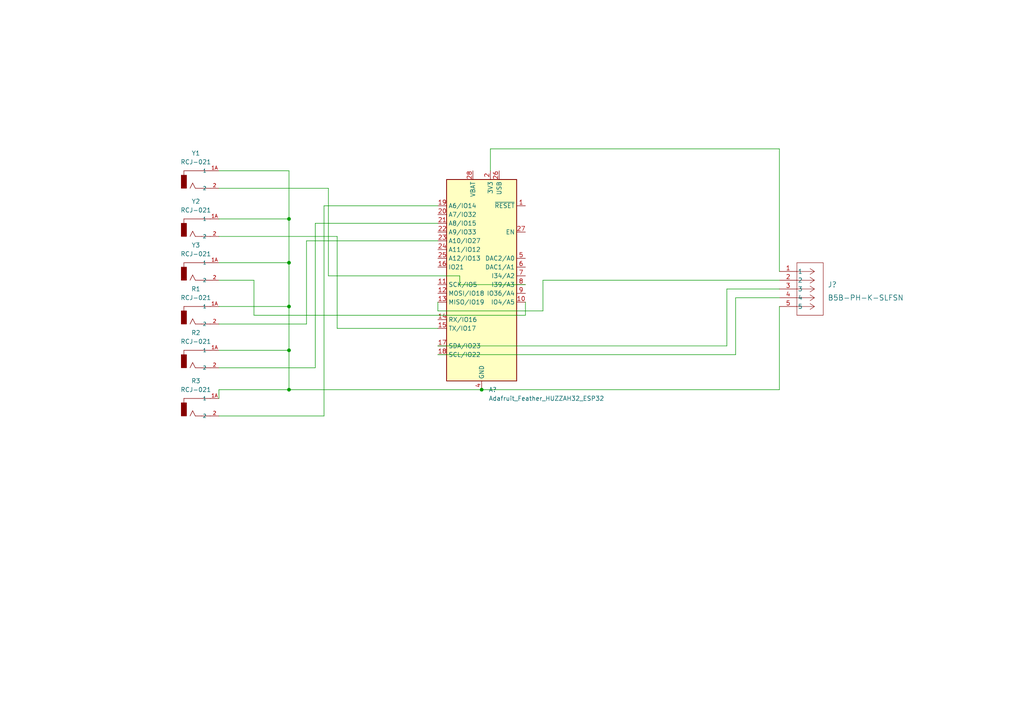
<source format=kicad_sch>
(kicad_sch (version 20211123) (generator eeschema)
  (paper "A4")
  (lib_symbols
    (symbol "JST 5 pin:B5B-PH-K-SLFSN" (pin_names (offset 0.254))
      (property "Reference" "J" (at 8.89 6.35 0))
      (property "Value" "B5B-PH-K-SLFSN" (at 0 0 0))
      (symbol "B5B-PH-K-SLFSN_1_1"
        (polyline (pts (xy 5.08 -12.7) (xy 12.7 -12.7)) (stroke (width 0.127)))
        (polyline (pts (xy 5.08 2.54) (xy 5.08 -12.7)) (stroke (width 0.127)))
        (polyline (pts (xy 10.16 -10.16) (xy 5.08 -10.16)) (stroke (width 0.127)))
        (polyline (pts (xy 10.16 -10.16) (xy 8.89 -11.0067)) (stroke (width 0.127)))
        (polyline (pts (xy 10.16 -10.16) (xy 8.89 -9.3133)) (stroke (width 0.127)))
        (polyline (pts (xy 10.16 -7.62) (xy 5.08 -7.62)) (stroke (width 0.127)))
        (polyline (pts (xy 10.16 -7.62) (xy 8.89 -8.4667)) (stroke (width 0.127)))
        (polyline (pts (xy 10.16 -7.62) (xy 8.89 -6.7733)) (stroke (width 0.127)))
        (polyline (pts (xy 10.16 -5.08) (xy 5.08 -5.08)) (stroke (width 0.127)))
        (polyline (pts (xy 10.16 -5.08) (xy 8.89 -5.9267)) (stroke (width 0.127)))
        (polyline (pts (xy 10.16 -5.08) (xy 8.89 -4.2333)) (stroke (width 0.127)))
        (polyline (pts (xy 10.16 -2.54) (xy 5.08 -2.54)) (stroke (width 0.127)))
        (polyline (pts (xy 10.16 -2.54) (xy 8.89 -3.3867)) (stroke (width 0.127)))
        (polyline (pts (xy 10.16 -2.54) (xy 8.89 -1.6933)) (stroke (width 0.127)))
        (polyline (pts (xy 10.16 0) (xy 5.08 0)) (stroke (width 0.127)))
        (polyline (pts (xy 10.16 0) (xy 8.89 -0.8467)) (stroke (width 0.127)))
        (polyline (pts (xy 10.16 0) (xy 8.89 0.8467)) (stroke (width 0.127)))
        (polyline (pts (xy 12.7 -12.7) (xy 12.7 2.54)) (stroke (width 0.127)))
        (polyline (pts (xy 12.7 2.54) (xy 5.08 2.54)) (stroke (width 0.127)))
        (pin unspecified line (at 0 0 0) (length 5.08) (name "1") (number "1"))
        (pin unspecified line (at 0 -2.54 0) (length 5.08) (name "2") (number "2"))
        (pin unspecified line (at 0 -5.08 0) (length 5.08) (name "3") (number "3"))
        (pin unspecified line (at 0 -7.62 0) (length 5.08) (name "4") (number "4"))
        (pin unspecified line (at 0 -10.16 0) (length 5.08) (name "5") (number "5"))
      )
      (symbol "B5B-PH-K-SLFSN_1_2"
        (polyline (pts (xy 5.08 -12.7) (xy 12.7 -12.7)) (stroke (width 0.127)))
        (polyline (pts (xy 5.08 2.54) (xy 5.08 -12.7)) (stroke (width 0.127)))
        (polyline (pts (xy 7.62 -10.16) (xy 5.08 -10.16)) (stroke (width 0.127)))
        (polyline (pts (xy 7.62 -10.16) (xy 8.89 -11.0067)) (stroke (width 0.127)))
        (polyline (pts (xy 7.62 -10.16) (xy 8.89 -9.3133)) (stroke (width 0.127)))
        (polyline (pts (xy 7.62 -7.62) (xy 5.08 -7.62)) (stroke (width 0.127)))
        (polyline (pts (xy 7.62 -7.62) (xy 8.89 -8.4667)) (stroke (width 0.127)))
        (polyline (pts (xy 7.62 -7.62) (xy 8.89 -6.7733)) (stroke (width 0.127)))
        (polyline (pts (xy 7.62 -5.08) (xy 5.08 -5.08)) (stroke (width 0.127)))
        (polyline (pts (xy 7.62 -5.08) (xy 8.89 -5.9267)) (stroke (width 0.127)))
        (polyline (pts (xy 7.62 -5.08) (xy 8.89 -4.2333)) (stroke (width 0.127)))
        (polyline (pts (xy 7.62 -2.54) (xy 5.08 -2.54)) (stroke (width 0.127)))
        (polyline (pts (xy 7.62 -2.54) (xy 8.89 -3.3867)) (stroke (width 0.127)))
        (polyline (pts (xy 7.62 -2.54) (xy 8.89 -1.6933)) (stroke (width 0.127)))
        (polyline (pts (xy 7.62 0) (xy 5.08 0)) (stroke (width 0.127)))
        (polyline (pts (xy 7.62 0) (xy 8.89 -0.8467)) (stroke (width 0.127)))
        (polyline (pts (xy 7.62 0) (xy 8.89 0.8467)) (stroke (width 0.127)))
        (polyline (pts (xy 12.7 -12.7) (xy 12.7 2.54)) (stroke (width 0.127)))
        (polyline (pts (xy 12.7 2.54) (xy 5.08 2.54)) (stroke (width 0.127)))
        (pin unspecified line (at 0 0 0) (length 5.08) (name "1") (number "1"))
        (pin unspecified line (at 0 -2.54 0) (length 5.08) (name "2") (number "2"))
        (pin unspecified line (at 0 -5.08 0) (length 5.08) (name "3") (number "3"))
        (pin unspecified line (at 0 -7.62 0) (length 5.08) (name "4") (number "4"))
        (pin unspecified line (at 0 -10.16 0) (length 5.08) (name "5") (number "5"))
      )
    )
    (symbol "MCU_Module:Adafruit_Feather_HUZZAH32_ESP32"
      (property "Reference" "A" (at -10.16 29.21 0))
      (property "Value" "Adafruit_Feather_HUZZAH32_ESP32" (at 2.54 -31.75 0))
      (symbol "Adafruit_Feather_HUZZAH32_ESP32_0_1"
        (rectangle (start -10.16 27.94) (end 10.16 -30.48) (stroke (width 0.254)) (fill (type background)))
      )
      (symbol "Adafruit_Feather_HUZZAH32_ESP32_1_1"
        (pin input line (at 12.7 20.32 180) (length 2.54) (name "~{RESET}") (number "1"))
        (pin bidirectional line (at 12.7 -7.62 180) (length 2.54) (name "IO4/A5") (number "10"))
        (pin bidirectional line (at -12.7 -2.54 0) (length 2.54) (name "SCK/IO5") (number "11"))
        (pin bidirectional line (at -12.7 -5.08 0) (length 2.54) (name "MOSI/IO18") (number "12"))
        (pin bidirectional line (at -12.7 -7.62 0) (length 2.54) (name "MISO/IO19") (number "13"))
        (pin bidirectional line (at -12.7 -12.7 0) (length 2.54) (name "RX/IO16") (number "14"))
        (pin bidirectional line (at -12.7 -15.24 0) (length 2.54) (name "TX/IO17") (number "15"))
        (pin bidirectional line (at -12.7 2.54 0) (length 2.54) (name "IO21") (number "16"))
        (pin bidirectional line (at -12.7 -20.32 0) (length 2.54) (name "SDA/IO23") (number "17"))
        (pin bidirectional line (at -12.7 -22.86 0) (length 2.54) (name "SCL/IO22") (number "18"))
        (pin bidirectional line (at -12.7 20.32 0) (length 2.54) (name "A6/IO14") (number "19"))
        (pin power_in line (at 2.54 30.48 270) (length 2.54) (name "3V3") (number "2"))
        (pin bidirectional line (at -12.7 17.78 0) (length 2.54) (name "A7/IO32") (number "20"))
        (pin bidirectional line (at -12.7 15.24 0) (length 2.54) (name "A8/IO15") (number "21"))
        (pin bidirectional line (at -12.7 12.7 0) (length 2.54) (name "A9/IO33") (number "22"))
        (pin bidirectional line (at -12.7 10.16 0) (length 2.54) (name "A10/IO27") (number "23"))
        (pin bidirectional line (at -12.7 7.62 0) (length 2.54) (name "A11/IO12") (number "24"))
        (pin bidirectional line (at -12.7 5.08 0) (length 2.54) (name "A12/IO13") (number "25"))
        (pin power_in line (at 5.08 30.48 270) (length 2.54) (name "USB") (number "26"))
        (pin input line (at 12.7 12.7 180) (length 2.54) (name "EN") (number "27"))
        (pin power_in line (at -2.54 30.48 270) (length 2.54) (name "VBAT") (number "28"))
        (pin no_connect line (at 10.16 10.16 180) (length 2.54) hide (name "NC") (number "3"))
        (pin power_in line (at 0 -33.02 90) (length 2.54) (name "GND") (number "4"))
        (pin bidirectional line (at 12.7 5.08 180) (length 2.54) (name "DAC2/A0") (number "5"))
        (pin bidirectional line (at 12.7 2.54 180) (length 2.54) (name "DAC1/A1") (number "6"))
        (pin bidirectional line (at 12.7 0 180) (length 2.54) (name "I34/A2") (number "7"))
        (pin bidirectional line (at 12.7 -2.54 180) (length 2.54) (name "I39/A3") (number "8"))
        (pin bidirectional line (at 12.7 -5.08 180) (length 2.54) (name "IO36/A4") (number "9"))
      )
    )
    (symbol "RCJ:RCJ-021" (pin_names (offset 1.016))
      (property "Reference" "J" (at -2.54 3.81 0))
      (property "Value" "RCJ-021" (at -2.54 -6.35 0))
      (symbol "RCJ-021_0_0"
        (rectangle (start -3.302 -2.54) (end -1.778 1.27) (fill (type outline)))
        (polyline (pts (xy -2.54 2.54) (xy -2.54 1.27)) (stroke (width 0.1524)))
        (polyline (pts (xy 0 -1.016) (xy -0.762 -2.54)) (stroke (width 0.1524)))
        (polyline (pts (xy 0.762 -2.54) (xy 0 -1.016)) (stroke (width 0.1524)))
        (polyline (pts (xy 2.54 -2.54) (xy 0.762 -2.54)) (stroke (width 0.1524)))
        (polyline (pts (xy 5.08 -2.54) (xy 2.54 -2.54)) (stroke (width 0.1524)))
        (polyline (pts (xy 5.08 2.54) (xy -2.54 2.54)) (stroke (width 0.1524)))
        (pin passive line (at 7.62 2.54 180) (length 2.54) (name "1") (number "1A"))
        (pin passive line (at 7.62 -2.54 180) (length 2.54) (name "2") (number "2"))
      )
    )
  )
  (junction (at 83.82 113.03))
  (junction (at 83.82 76.2))
  (junction (at 83.82 88.9))
  (junction (at 83.82 63.5))
  (junction (at 83.82 101.6))
  (junction (at 139.7 113.03))
  (wire (pts (xy 93.98 120.65) (xy 63.5 120.65)))
  (wire (pts (xy 63.5 63.5) (xy 83.82 63.5)))
  (wire (pts (xy 83.82 113.03) (xy 63.5 113.03)))
  (wire (pts (xy 127 64.77) (xy 91.44 64.77)))
  (wire (pts (xy 127 102.87) (xy 213.36 102.87)))
  (wire (pts (xy 226.06 78.74) (xy 226.06 43.18)))
  (wire (pts (xy 226.06 88.9) (xy 226.06 113.03)))
  (wire (pts (xy 157.48 81.28) (xy 157.48 90.17)))
  (wire (pts (xy 139.7 113.03) (xy 83.82 113.03)))
  (wire (pts (xy 63.5 113.03) (xy 63.5 115.57)))
  (wire (pts (xy 93.98 59.69) (xy 93.98 120.65)))
  (wire (pts (xy 142.24 43.18) (xy 142.24 49.53)))
  (wire (pts (xy 97.79 95.25) (xy 97.79 68.58)))
  (wire (pts (xy 91.44 106.68) (xy 63.5 106.68)))
  (wire (pts (xy 63.5 88.9) (xy 83.82 88.9)))
  (wire (pts (xy 127 59.69) (xy 93.98 59.69)))
  (wire (pts (xy 213.36 86.36) (xy 226.06 86.36)))
  (wire (pts (xy 127 69.85) (xy 88.9 69.85)))
  (wire (pts (xy 133.35 82.55) (xy 133.35 80.01)))
  (wire (pts (xy 88.9 69.85) (xy 88.9 93.98)))
  (wire (pts (xy 127 95.25) (xy 97.79 95.25)))
  (wire (pts (xy 127 90.17) (xy 127 87.63)))
  (wire (pts (xy 83.82 76.2) (xy 83.82 88.9)))
  (wire (pts (xy 226.06 113.03) (xy 139.7 113.03)))
  (wire (pts (xy 95.25 80.01) (xy 95.25 54.61)))
  (wire (pts (xy 152.4 87.63) (xy 152.4 91.44)))
  (wire (pts (xy 95.25 54.61) (xy 63.5 54.61)))
  (wire (pts (xy 133.35 82.55) (xy 152.4 82.55)))
  (wire (pts (xy 73.66 91.44) (xy 73.66 81.28)))
  (wire (pts (xy 210.82 100.33) (xy 210.82 83.82)))
  (wire (pts (xy 97.79 68.58) (xy 63.5 68.58)))
  (wire (pts (xy 210.82 83.82) (xy 226.06 83.82)))
  (wire (pts (xy 83.82 88.9) (xy 83.82 101.6)))
  (wire (pts (xy 152.4 91.44) (xy 73.66 91.44)))
  (wire (pts (xy 213.36 102.87) (xy 213.36 86.36)))
  (wire (pts (xy 63.5 49.53) (xy 83.82 49.53)))
  (wire (pts (xy 83.82 49.53) (xy 83.82 63.5)))
  (wire (pts (xy 83.82 63.5) (xy 83.82 76.2)))
  (wire (pts (xy 91.44 64.77) (xy 91.44 106.68)))
  (wire (pts (xy 73.66 81.28) (xy 63.5 81.28)))
  (wire (pts (xy 63.5 76.2) (xy 83.82 76.2)))
  (wire (pts (xy 88.9 93.98) (xy 63.5 93.98)))
  (wire (pts (xy 157.48 90.17) (xy 127 90.17)))
  (wire (pts (xy 127 100.33) (xy 210.82 100.33)))
  (wire (pts (xy 226.06 81.28) (xy 157.48 81.28)))
  (wire (pts (xy 83.82 101.6) (xy 83.82 113.03)))
  (wire (pts (xy 63.5 101.6) (xy 83.82 101.6)))
  (wire (pts (xy 226.06 43.18) (xy 142.24 43.18)))
  (wire (pts (xy 133.35 80.01) (xy 95.25 80.01)))
  (symbol (lib_id "RCJ:RCJ-021") (at 55.88 104.14 0) (unit 1)
    (property "Reference" "R2" (at 56.8071 96.52 0))
    (property "Value" "RCJ-021" (at 56.8071 99.06 0))
    (property "Footprint" "CUI_RCJ-021" (effects hide))
    (property "STANDARD" "Manufacturer recommendations" (effects hide))
    (property "PART_REV" "B" (effects hide))
    (property "MANUFACTURER" "CUI Inc" (effects hide))
  )
  (symbol (lib_id "MCU_Module:Adafruit_Feather_HUZZAH32_ESP32") (at 139.7 80.01 0) (unit 1)
    (property "Reference" "A?" (at 141.7194 113.03 0) (effects (justify left)))
    (property "Value" "Adafruit_Feather_HUZZAH32_ESP32" (at 141.7194 115.57 0) (effects (justify left)))
    (property "Footprint" "Module:Adafruit_Feather" (effects hide))
    (property "Datasheet" "https://cdn-learn.adafruit.com/downloads/pdf/adafruit-huzzah32-esp32-feather.pdf" (effects hide))
  )
  (symbol (lib_id "RCJ:RCJ-021") (at 55.88 91.44 0) (unit 1)
    (property "Reference" "R1" (at 56.8071 83.82 0))
    (property "Value" "RCJ-021" (at 56.8071 86.36 0))
    (property "Footprint" "CUI_RCJ-021" (effects hide))
    (property "STANDARD" "Manufacturer recommendations" (effects hide))
    (property "PART_REV" "B" (effects hide))
    (property "MANUFACTURER" "CUI Inc" (effects hide))
  )
  (symbol (lib_id "RCJ:RCJ-021") (at 55.88 66.04 0) (unit 1)
    (property "Reference" "Y2" (at 56.8071 58.42 0))
    (property "Value" "RCJ-021" (at 56.8071 60.96 0))
    (property "Footprint" "CUI_RCJ-021" (effects hide))
    (property "STANDARD" "Manufacturer recommendations" (effects hide))
    (property "PART_REV" "B" (effects hide))
    (property "MANUFACTURER" "CUI Inc" (effects hide))
  )
  (symbol (lib_id "RCJ:RCJ-021") (at 55.88 78.74 0) (unit 1)
    (property "Reference" "Y3" (at 56.8071 71.12 0))
    (property "Value" "RCJ-021" (at 56.8071 73.66 0))
    (property "Footprint" "CUI_RCJ-021" (effects hide))
    (property "STANDARD" "Manufacturer recommendations" (effects hide))
    (property "PART_REV" "B" (effects hide))
    (property "MANUFACTURER" "CUI Inc" (effects hide))
  )
  (symbol (lib_id "RCJ:RCJ-021") (at 55.88 118.11 0) (unit 1)
    (property "Reference" "R3" (at 56.8071 110.49 0))
    (property "Value" "RCJ-021" (at 56.8071 113.03 0))
    (property "Footprint" "CUI_RCJ-021" (effects hide))
    (property "STANDARD" "Manufacturer recommendations" (effects hide))
    (property "PART_REV" "B" (effects hide))
    (property "MANUFACTURER" "CUI Inc" (effects hide))
  )
  (symbol (lib_id "RCJ:RCJ-021") (at 55.88 52.07 0) (unit 1)
    (property "Reference" "Y1" (at 56.8071 44.45 0))
    (property "Value" "RCJ-021" (at 56.8071 46.99 0))
    (property "Footprint" "CUI_RCJ-021" (effects hide))
    (property "STANDARD" "Manufacturer recommendations" (effects hide))
    (property "PART_REV" "B" (effects hide))
    (property "MANUFACTURER" "CUI Inc" (effects hide))
  )
  (symbol (lib_id "JST 5 pin:B5B-PH-K-SLFSN") (at 226.06 78.74 0) (unit 1)
    (property "Reference" "J?" (at 240.03 82.55 0) (effects (font (size 1.524 1.524)) (justify left)))
    (property "Value" "B5B-PH-K-SLFSN" (at 240.03 86.36 0) (effects (font (size 1.524 1.524)) (justify left)))
    (property "Footprint" "CONN_B5B-PH-K-SLFSN_JST" (effects hide))
    (property "Datasheet" "B5B-PH-K-SLFSN" (effects hide))
  )
)
</source>
